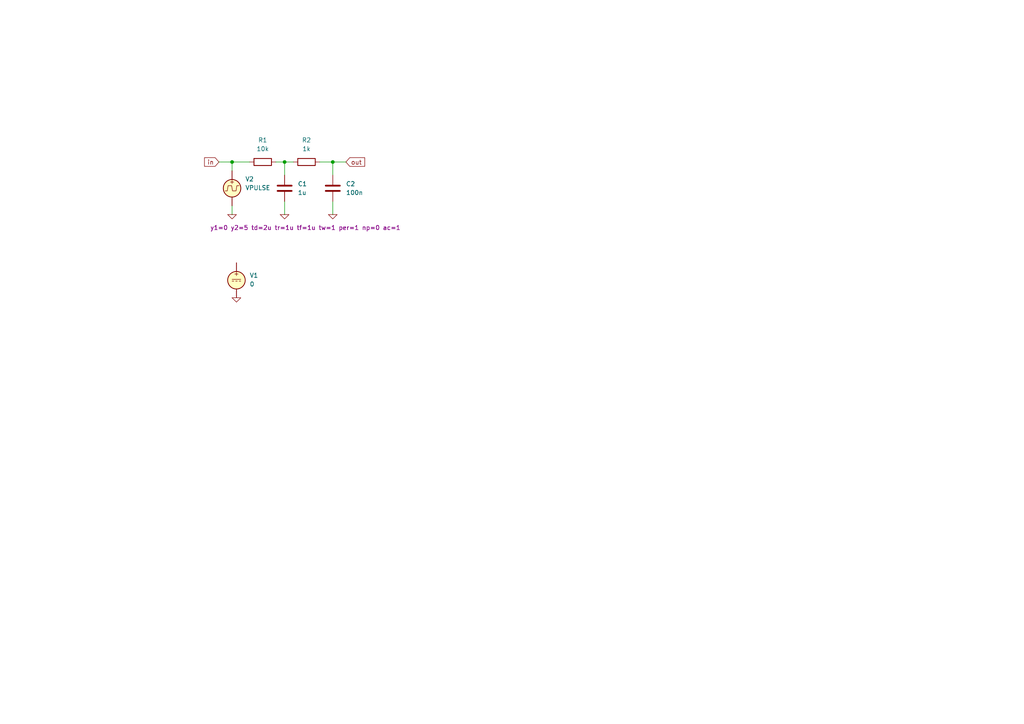
<source format=kicad_sch>
(kicad_sch (version 20231120) (generator "eeschema") (generator_version "8.0")
  (paper "A4")
  (lib_symbols
    (symbol "Device:C" (pin_numbers hide) (pin_names (offset 0.254))
      (property "Reference" "C" (at 0.635 2.54 0))
      (property "Value" "C" (at 0.635 -2.54 0))
      (symbol "C_0_1"
        (polyline (pts (xy -2.032 -0.762) (xy 2.032 -0.762)) (stroke (width 0.508)))
        (polyline (pts (xy -2.032 0.762) (xy 2.032 0.762)) (stroke (width 0.508)))
      )
      (symbol "C_1_1"
        (pin passive line (at 0 3.81 270) (length 2.794) (name "~") (number "1"))
        (pin passive line (at 0 -3.81 90) (length 2.794) (name "~") (number "2"))
      )
    )
    (symbol "Device:R" (pin_numbers hide) (pin_names (offset 0))
      (property "Reference" "R" (at 2.032 0 90))
      (property "Value" "R" (at 0 0 90))
      (symbol "R_0_1"
        (rectangle (start -1.016 -2.54) (end 1.016 2.54) (stroke (width 0.254)))
      )
      (symbol "R_1_1"
        (pin passive line (at 0 3.81 270) (length 1.27) (name "~") (number "1"))
        (pin passive line (at 0 -3.81 90) (length 1.27) (name "~") (number "2"))
      )
    )
    (symbol "Simulation_SPICE:0" (power) (pin_numbers hide) (pin_names (offset 0) hide)
      (property "Value" "0" (at 0 -2.54 0))
      (symbol "0_0_1"
        (polyline (pts (xy -1.27 0) (xy 0 -1.27) (xy 1.27 0) (xy -1.27 0)))
      )
      (symbol "0_1_1"
        (pin power_in line (at 0 0 0) (length 0) (name "~") (number "1"))
      )
    )
    (symbol "Simulation_SPICE:VDC" (pin_numbers hide) (pin_names (offset 0.0254))
      (property "Reference" "V" (at 2.54 2.54 0))
      (property "Value" "1" (at 2.54 0 0))
      (symbol "VDC_0_0"
        (polyline (pts (xy -1.27 0.254) (xy 1.27 0.254)))
        (polyline (pts (xy -0.762 -0.254) (xy -1.27 -0.254)))
        (polyline (pts (xy 0.254 -0.254) (xy -0.254 -0.254)))
        (polyline (pts (xy 1.27 -0.254) (xy 0.762 -0.254)))
        (text "+" (at 0 1.905 0) (effects (font (size 1.27 1.27))))
      )
      (symbol "VDC_0_1"
        (circle (center 0 0) (radius 2.54) (stroke (width 0.254)) (fill (type background)))
      )
      (symbol "VDC_1_1"
        (pin passive line (at 0 5.08 270) (length 2.54) (name "~") (number "1"))
        (pin passive line (at 0 -5.08 90) (length 2.54) (name "~") (number "2"))
      )
    )
    (symbol "Simulation_SPICE:VPULSE" (pin_numbers hide) (pin_names (offset 0.0254))
      (property "Reference" "V" (at 2.54 2.54 0))
      (property "Value" "VPULSE" (at 2.54 0 0))
      (property "Sim.Params" "y1=0 y2=1 td=2n tr=2n tf=2n tw=50n per=100n" (at 2.54 -2.54 0))
      (symbol "VPULSE_0_0"
        (polyline (pts (xy -2.032 -0.762) (xy -1.397 -0.762) (xy -1.143 0.762) (xy -0.127 0.762) (xy 0.127 -0.762) (xy 1.143 -0.762) (xy 1.397 0.762) (xy 2.032 0.762)))
        (text "+" (at 0 1.905 0) (effects (font (size 1.27 1.27))))
      )
      (symbol "VPULSE_0_1"
        (circle (center 0 0) (radius 2.54) (stroke (width 0.254)) (fill (type background)))
      )
      (symbol "VPULSE_1_1"
        (pin passive line (at 0 5.08 270) (length 2.54) (name "~") (number "1"))
        (pin passive line (at 0 -5.08 90) (length 2.54) (name "~") (number "2"))
      )
    )
  )
  (junction (at 82.55 46.99))
  (junction (at 96.52 46.99))
  (junction (at 67.31 46.99))
  (wire (pts (xy 67.31 59.69) (xy 67.31 62.23)))
  (wire (pts (xy 82.55 46.99) (xy 85.09 46.99)))
  (wire (pts (xy 82.55 58.42) (xy 82.55 62.23)))
  (wire (pts (xy 96.52 46.99) (xy 92.71 46.99)))
  (wire (pts (xy 67.31 46.99) (xy 72.39 46.99)))
  (wire (pts (xy 82.55 46.99) (xy 82.55 50.8)))
  (wire (pts (xy 63.5 46.99) (xy 67.31 46.99)))
  (wire (pts (xy 80.01 46.99) (xy 82.55 46.99)))
  (wire (pts (xy 96.52 58.42) (xy 96.52 62.23)))
  (wire (pts (xy 96.52 50.8) (xy 96.52 46.99)))
  (wire (pts (xy 67.31 46.99) (xy 67.31 49.53)))
  (wire (pts (xy 96.52 46.99) (xy 100.33 46.99)))
  (global_label "out" (shape input) (at 100.33 46.99 0) (property "Intersheetrefs" "${INTERSHEET_REFS}" (effects (hide yes))))
  (global_label "in" (shape input) (at 63.5 46.99 180) (property "Intersheetrefs" "${INTERSHEET_REFS}" (effects (hide yes))))
  (symbol (lib_id "Device:R") (at 76.2 46.99 270) (unit 1)
    (property "Reference" "R1" (at 76.2 40.64 90))
    (property "Value" "10k" (at 76.2 43.18 90))
    (property "Description" "Resistor" (effects (hide yes)))
  )
  (symbol (lib_id "Device:C") (at 96.52 54.61 0) (unit 1)
    (property "Reference" "C2" (at 100.33 53.3399 0) (effects (justify left)))
    (property "Value" "100n" (at 100.33 55.8799 0) (effects (justify left)))
    (property "Description" "Unpolarized capacitor" (effects (hide yes)))
  )
  (symbol (lib_id "Device:C") (at 82.55 54.61 0) (unit 1)
    (property "Reference" "C1" (at 86.36 53.3399 0) (effects (justify left)))
    (property "Value" "1u" (at 86.36 55.8799 0) (effects (justify left)))
    (property "Description" "Unpolarized capacitor" (effects (hide yes)))
  )
  (symbol (lib_id "Simulation_SPICE:VDC") (at 68.58 81.28 0) (unit 1)
    (property "Reference" "V1" (at 72.39 79.8801 0) (effects (justify left)))
    (property "Value" "0" (at 72.39 82.4201 0) (effects (justify left)))
    (property "Datasheet" "https://ngspice.sourceforge.io/docs/ngspice-html-manual/manual.xhtml#sec_Independent_Sources_for" (effects (hide yes)))
    (property "Description" "Voltage source, DC" (effects (hide yes)))
    (property "Sim.Pins" "1=+ 2=-" (effects (hide yes)))
    (property "Sim.Type" "DC" (effects (hide yes)))
    (property "Sim.Device" "V" (effects (hide yes)))
    (property "Sim.Params" "ac=1" (effects (hide yes)))
  )
  (symbol (lib_id "Simulation_SPICE:0") (at 82.55 62.23 0) (unit 1)
    (property "Reference" "#GND01" (effects (hide yes)))
    (property "Value" "0" (effects (hide yes)))
    (property "Datasheet" "https://ngspice.sourceforge.io/docs/ngspice-html-manual/manual.xhtml#subsec_Circuit_elements__device" (effects (hide yes)))
    (property "Description" "0V reference potential for simulation" (effects (hide yes)))
  )
  (symbol (lib_id "Device:R") (at 88.9 46.99 270) (unit 1)
    (property "Reference" "R2" (at 88.9 40.64 90))
    (property "Value" "1k" (at 88.9 43.18 90))
    (property "Description" "Resistor" (effects (hide yes)))
  )
  (symbol (lib_id "Simulation_SPICE:0") (at 67.31 62.23 0) (unit 1)
    (property "Reference" "#GND03" (effects (hide yes)))
    (property "Value" "0" (effects (hide yes)))
    (property "Datasheet" "https://ngspice.sourceforge.io/docs/ngspice-html-manual/manual.xhtml#subsec_Circuit_elements__device" (effects (hide yes)))
    (property "Description" "0V reference potential for simulation" (effects (hide yes)))
  )
  (symbol (lib_id "Simulation_SPICE:0") (at 68.58 86.36 0) (unit 1)
    (property "Reference" "#GND02" (effects (hide yes)))
    (property "Value" "0" (effects (hide yes)))
    (property "Datasheet" "https://ngspice.sourceforge.io/docs/ngspice-html-manual/manual.xhtml#subsec_Circuit_elements__device" (effects (hide yes)))
    (property "Description" "0V reference potential for simulation" (effects (hide yes)))
  )
  (symbol (lib_id "Simulation_SPICE:0") (at 96.52 62.23 0) (unit 1)
    (property "Reference" "#GND04" (effects (hide yes)))
    (property "Value" "0" (effects (hide yes)))
    (property "Datasheet" "https://ngspice.sourceforge.io/docs/ngspice-html-manual/manual.xhtml#subsec_Circuit_elements__device" (effects (hide yes)))
    (property "Description" "0V reference potential for simulation" (effects (hide yes)))
  )
  (symbol (lib_id "Simulation_SPICE:VPULSE") (at 67.31 54.61 0) (unit 1)
    (property "Reference" "V2" (at 71.12 51.9401 0) (effects (justify left)))
    (property "Value" "VPULSE" (at 71.12 54.4801 0) (effects (justify left)))
    (property "Datasheet" "https://ngspice.sourceforge.io/docs/ngspice-html-manual/manual.xhtml#sec_Independent_Sources_for" (effects (hide yes)))
    (property "Description" "Voltage source, pulse" (effects (hide yes)))
    (property "Sim.Pins" "1=+ 2=-" (effects (hide yes)))
    (property "Sim.Type" "PULSE" (effects (hide yes)))
    (property "Sim.Device" "V" (effects (hide yes)))
    (property "Sim.Params" "y1=0 y2=5 td=2u tr=1u tf=1u tw=1 per=1 np=0 ac=1" (at 60.96 66.04 0) (effects (justify left)))
  )
)
</source>
